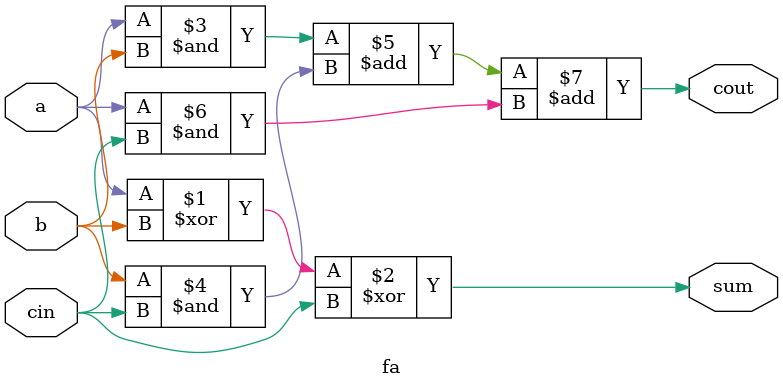
<source format=v>
module top_module( 
    input [2:0] a, b,
    input cin,
    output [2:0] sum,
    output [2:0] cout );
    fa in0(a[0],b[0],cin,sum[0],cout[0]);
    fa in1(a[1],b[1],cout[0],sum[1],cout[1]);
    fa in2(a[2],b[2],cout[1],sum[2],cout[2]);
endmodule
module fa(a,b,cin,sum,cout);
    input a,b,cin;
    output sum ,cout;
    assign sum=a^b^cin;
    assign cout=(a&b)+(b&cin)+(a&cin);
endmodule

</source>
